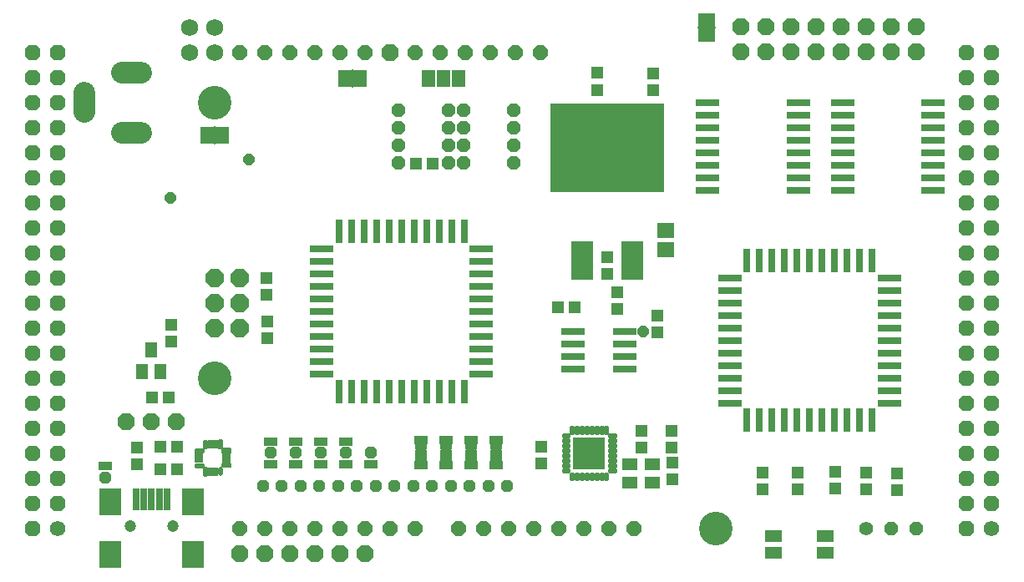
<source format=gbs>
G75*
G70*
%OFA0B0*%
%FSLAX24Y24*%
%IPPOS*%
%LPD*%
%AMOC8*
5,1,8,0,0,1.08239X$1,22.5*
%
%ADD10R,0.0316X0.0946*%
%ADD11R,0.0946X0.0316*%
%ADD12OC8,0.0580*%
%ADD13C,0.1340*%
%ADD14R,0.0540X0.0710*%
%ADD15C,0.0620*%
%ADD16OC8,0.0620*%
%ADD17C,0.0867*%
%ADD18R,0.0474X0.0513*%
%ADD19R,0.0513X0.0474*%
%ADD20C,0.0099*%
%ADD21R,0.1280X0.1280*%
%ADD22OC8,0.0680*%
%ADD23OC8,0.0740*%
%ADD24R,0.0900X0.1580*%
%ADD25R,0.4580X0.3580*%
%ADD26C,0.0680*%
%ADD27OC8,0.0560*%
%ADD28OC8,0.0434*%
%ADD29R,0.0580X0.0330*%
%ADD30R,0.0500X0.0300*%
%ADD31R,0.0671X0.0474*%
%ADD32R,0.0592X0.0493*%
%ADD33C,0.0552*%
%ADD34OC8,0.0552*%
%ADD35R,0.0060X0.0720*%
%ADD36R,0.0710X0.0540*%
%ADD37R,0.0720X0.0060*%
%ADD38C,0.0198*%
%ADD39R,0.0198X0.0375*%
%ADD40C,0.0095*%
%ADD41R,0.0370X0.0190*%
%ADD42C,0.0057*%
%ADD43R,0.0375X0.0198*%
%ADD44R,0.0867X0.1064*%
%ADD45C,0.0474*%
%ADD46R,0.0277X0.0867*%
%ADD47OC8,0.0480*%
%ADD48R,0.0530X0.0330*%
%ADD49R,0.0474X0.0631*%
%ADD50R,0.0671X0.0592*%
D10*
X013043Y007815D03*
X013543Y007815D03*
X014043Y007815D03*
X014543Y007815D03*
X015043Y007815D03*
X015543Y007815D03*
X016043Y007815D03*
X016543Y007815D03*
X017043Y007815D03*
X017543Y007815D03*
X018043Y007815D03*
X018043Y014193D03*
X017543Y014193D03*
X017043Y014193D03*
X016543Y014193D03*
X016043Y014193D03*
X015543Y014193D03*
X015043Y014193D03*
X014543Y014193D03*
X014043Y014193D03*
X013543Y014193D03*
X013043Y014193D03*
X029333Y013043D03*
X029833Y013043D03*
X030333Y013043D03*
X030833Y013043D03*
X031333Y013043D03*
X031833Y013043D03*
X032333Y013043D03*
X032833Y013043D03*
X033333Y013043D03*
X033833Y013043D03*
X034333Y013043D03*
X034333Y006665D03*
X033833Y006665D03*
X033333Y006665D03*
X032833Y006665D03*
X032333Y006665D03*
X031833Y006665D03*
X031333Y006665D03*
X030833Y006665D03*
X030333Y006665D03*
X029833Y006665D03*
X029333Y006665D03*
D11*
X028644Y007354D03*
X028644Y007854D03*
X028644Y008354D03*
X028644Y008854D03*
X028644Y009354D03*
X028644Y009854D03*
X028644Y010354D03*
X028644Y010854D03*
X028644Y011354D03*
X028644Y011854D03*
X028644Y012354D03*
X024446Y010204D03*
X024446Y009704D03*
X024446Y009204D03*
X024446Y008704D03*
X022399Y008704D03*
X022399Y009204D03*
X022399Y009704D03*
X022399Y010204D03*
X018732Y010004D03*
X018732Y010504D03*
X018732Y011004D03*
X018732Y011504D03*
X018732Y012004D03*
X018732Y012504D03*
X018732Y013004D03*
X018732Y013504D03*
X012354Y013504D03*
X012354Y013004D03*
X012354Y012504D03*
X012354Y012004D03*
X012354Y011504D03*
X012354Y011004D03*
X012354Y010504D03*
X012354Y010004D03*
X012354Y009504D03*
X012354Y009004D03*
X012354Y008504D03*
X018732Y008504D03*
X018732Y009004D03*
X018732Y009504D03*
X027772Y015834D03*
X027772Y016334D03*
X027772Y016834D03*
X027772Y017334D03*
X027772Y017834D03*
X027772Y018334D03*
X027772Y018834D03*
X027772Y019334D03*
X031394Y019334D03*
X031394Y018834D03*
X031394Y018334D03*
X031394Y017834D03*
X031394Y017334D03*
X031394Y016834D03*
X031394Y016334D03*
X031394Y015834D03*
X033152Y015844D03*
X033152Y016344D03*
X033152Y016844D03*
X033152Y017344D03*
X033152Y017844D03*
X033152Y018344D03*
X033152Y018844D03*
X033152Y019344D03*
X036774Y019344D03*
X036774Y018844D03*
X036774Y018344D03*
X036774Y017844D03*
X036774Y017344D03*
X036774Y016844D03*
X036774Y016344D03*
X036774Y015844D03*
X035022Y012354D03*
X035022Y011854D03*
X035022Y011354D03*
X035022Y010854D03*
X035022Y010354D03*
X035022Y009854D03*
X035022Y009354D03*
X035022Y008854D03*
X035022Y008354D03*
X035022Y007854D03*
X035022Y007354D03*
D12*
X024833Y002354D03*
X023833Y002354D03*
X022833Y002354D03*
X021833Y002354D03*
X020833Y002354D03*
X019833Y002354D03*
X018833Y002354D03*
X017833Y002354D03*
X016083Y002354D03*
X015083Y002354D03*
X014083Y002354D03*
X013083Y002354D03*
X012083Y002354D03*
X011083Y002354D03*
X010083Y002354D03*
X009083Y002354D03*
X009083Y021354D03*
X010083Y021354D03*
X011083Y021354D03*
X012083Y021354D03*
X013083Y021354D03*
X014083Y021354D03*
X016083Y021354D03*
X017083Y021354D03*
X018083Y021354D03*
X019083Y021354D03*
X020083Y021354D03*
X021083Y021354D03*
D13*
X008083Y019354D03*
X008083Y008354D03*
X028083Y002354D03*
D14*
X008403Y018054D03*
X007803Y018054D03*
X013283Y020324D03*
X013883Y020324D03*
X016633Y020324D03*
X017233Y020324D03*
X017833Y020324D03*
D15*
X001833Y002354D03*
X039083Y002354D03*
D16*
X000833Y002354D03*
X000833Y003354D03*
X001833Y003354D03*
X001833Y004354D03*
X000833Y004354D03*
X000833Y005354D03*
X001833Y005354D03*
X001833Y006354D03*
X000833Y006354D03*
X000833Y007354D03*
X001833Y007354D03*
X001833Y008354D03*
X000833Y008354D03*
X000833Y009354D03*
X001833Y009354D03*
X001833Y010354D03*
X000833Y010354D03*
X000833Y011354D03*
X001833Y011354D03*
X001833Y012354D03*
X000833Y012354D03*
X000833Y013354D03*
X001833Y013354D03*
X001833Y014354D03*
X000833Y014354D03*
X000833Y015354D03*
X001833Y015354D03*
X001833Y016354D03*
X000833Y016354D03*
X000833Y017354D03*
X001833Y017354D03*
X001833Y018354D03*
X000833Y018354D03*
X000833Y019354D03*
X001833Y019354D03*
X001833Y020354D03*
X000833Y020354D03*
X000833Y021354D03*
X001833Y021354D03*
X038083Y021354D03*
X039083Y021354D03*
X039083Y020354D03*
X038083Y020354D03*
X038083Y019354D03*
X039083Y019354D03*
X039083Y018354D03*
X038083Y018354D03*
X038083Y017354D03*
X039083Y017354D03*
X039083Y016354D03*
X038083Y016354D03*
X038083Y015354D03*
X039083Y015354D03*
X039083Y014354D03*
X038083Y014354D03*
X038083Y013354D03*
X039083Y013354D03*
X039083Y012354D03*
X038083Y012354D03*
X038083Y011354D03*
X039083Y011354D03*
X039083Y010354D03*
X038083Y010354D03*
X038083Y009354D03*
X039083Y009354D03*
X039083Y008354D03*
X038083Y008354D03*
X038083Y007354D03*
X039083Y007354D03*
X039083Y006354D03*
X038083Y006354D03*
X038083Y005354D03*
X039083Y005354D03*
X039083Y004354D03*
X038083Y004354D03*
X038083Y003354D03*
X039083Y003354D03*
X038083Y002354D03*
D17*
X005166Y018143D02*
X004379Y018143D01*
X002883Y018970D02*
X002883Y019757D01*
X004379Y020545D02*
X005166Y020545D01*
D18*
X016118Y016914D03*
X016787Y016914D03*
X023353Y019859D03*
X023353Y020528D03*
X025593Y020518D03*
X025593Y019849D03*
X024143Y011768D03*
X024143Y011099D03*
X025753Y010858D03*
X025753Y010189D03*
X026333Y006258D03*
X026333Y005589D03*
X026343Y004978D03*
X026343Y004309D03*
X025123Y005589D03*
X025123Y006258D03*
X021113Y005608D03*
X021113Y004939D03*
X010183Y009939D03*
X010183Y010608D03*
X006587Y005614D03*
X005918Y005614D03*
X004983Y005588D03*
X004983Y004919D03*
X005918Y004714D03*
X006587Y004714D03*
X034093Y004578D03*
X034093Y003909D03*
D19*
X035333Y003889D03*
X035333Y004558D03*
X032843Y004598D03*
X032843Y003929D03*
X031363Y003909D03*
X031363Y004578D03*
X029953Y004588D03*
X029953Y003919D03*
X022467Y011184D03*
X021798Y011184D03*
X023763Y012519D03*
X023763Y013188D03*
X010173Y012338D03*
X010173Y011669D03*
X006353Y010468D03*
X006353Y009799D03*
X006247Y007584D03*
X005578Y007584D03*
D20*
X021978Y006093D02*
X022236Y006093D01*
X022236Y005993D01*
X021978Y005993D01*
X021978Y006093D01*
X021978Y006091D02*
X022236Y006091D01*
X022294Y006408D02*
X022394Y006408D01*
X022394Y006150D01*
X022294Y006150D01*
X022294Y006408D01*
X022294Y006248D02*
X022394Y006248D01*
X022394Y006346D02*
X022294Y006346D01*
X022490Y006408D02*
X022590Y006408D01*
X022590Y006150D01*
X022490Y006150D01*
X022490Y006408D01*
X022490Y006248D02*
X022590Y006248D01*
X022590Y006346D02*
X022490Y006346D01*
X022687Y006408D02*
X022787Y006408D01*
X022787Y006150D01*
X022687Y006150D01*
X022687Y006408D01*
X022687Y006248D02*
X022787Y006248D01*
X022787Y006346D02*
X022687Y006346D01*
X022884Y006408D02*
X022984Y006408D01*
X022984Y006150D01*
X022884Y006150D01*
X022884Y006408D01*
X022884Y006248D02*
X022984Y006248D01*
X022984Y006346D02*
X022884Y006346D01*
X023081Y006408D02*
X023181Y006408D01*
X023181Y006150D01*
X023081Y006150D01*
X023081Y006408D01*
X023081Y006248D02*
X023181Y006248D01*
X023181Y006346D02*
X023081Y006346D01*
X023278Y006408D02*
X023378Y006408D01*
X023378Y006150D01*
X023278Y006150D01*
X023278Y006408D01*
X023278Y006248D02*
X023378Y006248D01*
X023378Y006346D02*
X023278Y006346D01*
X023475Y006408D02*
X023575Y006408D01*
X023575Y006150D01*
X023475Y006150D01*
X023475Y006408D01*
X023475Y006248D02*
X023575Y006248D01*
X023575Y006346D02*
X023475Y006346D01*
X023672Y006408D02*
X023772Y006408D01*
X023772Y006150D01*
X023672Y006150D01*
X023672Y006408D01*
X023672Y006248D02*
X023772Y006248D01*
X023772Y006346D02*
X023672Y006346D01*
X023829Y006093D02*
X024087Y006093D01*
X024087Y005993D01*
X023829Y005993D01*
X023829Y006093D01*
X023829Y006091D02*
X024087Y006091D01*
X024087Y005896D02*
X023829Y005896D01*
X024087Y005896D02*
X024087Y005796D01*
X023829Y005796D01*
X023829Y005896D01*
X023829Y005894D02*
X024087Y005894D01*
X024087Y005699D02*
X023829Y005699D01*
X024087Y005699D02*
X024087Y005599D01*
X023829Y005599D01*
X023829Y005699D01*
X023829Y005697D02*
X024087Y005697D01*
X024087Y005502D02*
X023829Y005502D01*
X024087Y005502D02*
X024087Y005402D01*
X023829Y005402D01*
X023829Y005502D01*
X023829Y005500D02*
X024087Y005500D01*
X024087Y005305D02*
X023829Y005305D01*
X024087Y005305D02*
X024087Y005205D01*
X023829Y005205D01*
X023829Y005305D01*
X023829Y005303D02*
X024087Y005303D01*
X024087Y005108D02*
X023829Y005108D01*
X024087Y005108D02*
X024087Y005008D01*
X023829Y005008D01*
X023829Y005108D01*
X023829Y005106D02*
X024087Y005106D01*
X024087Y004912D02*
X023829Y004912D01*
X024087Y004912D02*
X024087Y004812D01*
X023829Y004812D01*
X023829Y004912D01*
X023829Y004910D02*
X024087Y004910D01*
X024087Y004715D02*
X023829Y004715D01*
X024087Y004715D02*
X024087Y004615D01*
X023829Y004615D01*
X023829Y004715D01*
X023829Y004713D02*
X024087Y004713D01*
X023772Y004558D02*
X023672Y004558D01*
X023772Y004558D02*
X023772Y004300D01*
X023672Y004300D01*
X023672Y004558D01*
X023672Y004398D02*
X023772Y004398D01*
X023772Y004496D02*
X023672Y004496D01*
X023575Y004558D02*
X023475Y004558D01*
X023575Y004558D02*
X023575Y004300D01*
X023475Y004300D01*
X023475Y004558D01*
X023475Y004398D02*
X023575Y004398D01*
X023575Y004496D02*
X023475Y004496D01*
X023378Y004558D02*
X023278Y004558D01*
X023378Y004558D02*
X023378Y004300D01*
X023278Y004300D01*
X023278Y004558D01*
X023278Y004398D02*
X023378Y004398D01*
X023378Y004496D02*
X023278Y004496D01*
X023181Y004558D02*
X023081Y004558D01*
X023181Y004558D02*
X023181Y004300D01*
X023081Y004300D01*
X023081Y004558D01*
X023081Y004398D02*
X023181Y004398D01*
X023181Y004496D02*
X023081Y004496D01*
X022984Y004558D02*
X022884Y004558D01*
X022984Y004558D02*
X022984Y004300D01*
X022884Y004300D01*
X022884Y004558D01*
X022884Y004398D02*
X022984Y004398D01*
X022984Y004496D02*
X022884Y004496D01*
X022787Y004558D02*
X022687Y004558D01*
X022787Y004558D02*
X022787Y004300D01*
X022687Y004300D01*
X022687Y004558D01*
X022687Y004398D02*
X022787Y004398D01*
X022787Y004496D02*
X022687Y004496D01*
X022590Y004558D02*
X022490Y004558D01*
X022590Y004558D02*
X022590Y004300D01*
X022490Y004300D01*
X022490Y004558D01*
X022490Y004398D02*
X022590Y004398D01*
X022590Y004496D02*
X022490Y004496D01*
X022394Y004558D02*
X022294Y004558D01*
X022394Y004558D02*
X022394Y004300D01*
X022294Y004300D01*
X022294Y004558D01*
X022294Y004398D02*
X022394Y004398D01*
X022394Y004496D02*
X022294Y004496D01*
X022236Y004715D02*
X021978Y004715D01*
X022236Y004715D02*
X022236Y004615D01*
X021978Y004615D01*
X021978Y004715D01*
X021978Y004713D02*
X022236Y004713D01*
X022236Y004912D02*
X021978Y004912D01*
X022236Y004912D02*
X022236Y004812D01*
X021978Y004812D01*
X021978Y004912D01*
X021978Y004910D02*
X022236Y004910D01*
X022236Y005108D02*
X021978Y005108D01*
X022236Y005108D02*
X022236Y005008D01*
X021978Y005008D01*
X021978Y005108D01*
X021978Y005106D02*
X022236Y005106D01*
X022236Y005305D02*
X021978Y005305D01*
X022236Y005305D02*
X022236Y005205D01*
X021978Y005205D01*
X021978Y005305D01*
X021978Y005303D02*
X022236Y005303D01*
X022236Y005502D02*
X021978Y005502D01*
X022236Y005502D02*
X022236Y005402D01*
X021978Y005402D01*
X021978Y005502D01*
X021978Y005500D02*
X022236Y005500D01*
X022236Y005699D02*
X021978Y005699D01*
X022236Y005699D02*
X022236Y005599D01*
X021978Y005599D01*
X021978Y005699D01*
X021978Y005697D02*
X022236Y005697D01*
X022236Y005896D02*
X021978Y005896D01*
X022236Y005896D02*
X022236Y005796D01*
X021978Y005796D01*
X021978Y005896D01*
X021978Y005894D02*
X022236Y005894D01*
D21*
X023033Y005354D03*
D22*
X014083Y001354D03*
X013083Y001354D03*
X012083Y001354D03*
X011083Y001354D03*
X010083Y001354D03*
X009083Y001354D03*
X006543Y006604D03*
X005543Y006604D03*
X004543Y006604D03*
X015083Y021354D03*
X029093Y021364D03*
X030093Y021364D03*
X031093Y021364D03*
X032093Y021364D03*
X033093Y021364D03*
X034093Y021364D03*
X035093Y021364D03*
X036093Y021364D03*
X036093Y022364D03*
X035093Y022364D03*
X034093Y022364D03*
X033093Y022364D03*
X032093Y022364D03*
X031093Y022364D03*
X030093Y022364D03*
X029093Y022364D03*
D23*
X009086Y012338D03*
X008086Y012338D03*
X008086Y011338D03*
X009086Y011338D03*
X009086Y010338D03*
X008086Y010338D03*
D24*
X022763Y013034D03*
X024763Y013034D03*
D25*
X023763Y017534D03*
D26*
X008083Y021354D03*
X007083Y021354D03*
X007083Y022354D03*
X008083Y022354D03*
D27*
X015433Y019054D03*
X015433Y018354D03*
X015433Y017654D03*
X015433Y016954D03*
X017433Y016954D03*
X018033Y016954D03*
X018033Y017654D03*
X017433Y017654D03*
X017433Y018354D03*
X018033Y018354D03*
X018033Y019054D03*
X017433Y019054D03*
X020033Y019054D03*
X020033Y018354D03*
X020033Y017654D03*
X020033Y016954D03*
D28*
X009453Y017064D03*
X006323Y015534D03*
X016333Y005384D03*
X017333Y005384D03*
X018333Y005384D03*
X019333Y005384D03*
X025183Y010194D03*
D29*
X019333Y005884D03*
X018333Y005884D03*
X017333Y005884D03*
X016333Y005884D03*
X016333Y004884D03*
X017333Y004884D03*
X018333Y004884D03*
X019333Y004884D03*
D30*
X019333Y005154D03*
X019333Y005654D03*
X018333Y005654D03*
X018333Y005154D03*
X017333Y005144D03*
X017333Y005644D03*
X016333Y005634D03*
X016333Y005134D03*
D31*
X030399Y002058D03*
X030399Y001389D03*
X032446Y001389D03*
X032446Y002058D03*
D32*
X025563Y004165D03*
X025563Y004894D03*
X024657Y004894D03*
X024657Y004165D03*
D33*
X034083Y002354D03*
D34*
X035083Y002354D03*
X036083Y002354D03*
D35*
X008103Y018054D03*
X013583Y020324D03*
D36*
X027723Y022034D03*
X027723Y022634D03*
D37*
X027723Y022334D03*
D38*
X008308Y004710D02*
X008308Y004534D01*
D39*
X008111Y004622D03*
X007914Y004622D03*
X007914Y005705D03*
X008111Y005705D03*
D40*
X007765Y005843D02*
X007765Y005567D01*
X007669Y005567D01*
X007669Y005843D01*
X007765Y005843D01*
X007765Y005661D02*
X007669Y005661D01*
X007669Y005755D02*
X007765Y005755D01*
X007609Y005507D02*
X007609Y005411D01*
X007333Y005411D01*
X007333Y005507D01*
X007609Y005507D01*
X007609Y005505D02*
X007333Y005505D01*
X007609Y004916D02*
X007609Y004820D01*
X007333Y004820D01*
X007333Y004916D01*
X007609Y004916D01*
X007609Y004914D02*
X007333Y004914D01*
X007765Y004760D02*
X007765Y004484D01*
X007669Y004484D01*
X007669Y004760D01*
X007765Y004760D01*
X007765Y004578D02*
X007669Y004578D01*
X007669Y004672D02*
X007765Y004672D01*
D41*
X007471Y005065D03*
X007471Y005262D03*
D42*
X008375Y005548D02*
X008375Y005862D01*
X008375Y005548D02*
X008241Y005548D01*
X008241Y005862D01*
X008375Y005862D01*
X008375Y005604D02*
X008241Y005604D01*
X008241Y005660D02*
X008375Y005660D01*
X008375Y005716D02*
X008241Y005716D01*
X008241Y005772D02*
X008375Y005772D01*
X008375Y005828D02*
X008241Y005828D01*
X008711Y005526D02*
X008711Y005392D01*
X008397Y005392D01*
X008397Y005526D01*
X008711Y005526D01*
X008711Y005448D02*
X008397Y005448D01*
X008397Y005504D02*
X008711Y005504D01*
X008711Y004935D02*
X008711Y004801D01*
X008397Y004801D01*
X008397Y004935D01*
X008711Y004935D01*
X008711Y004857D02*
X008397Y004857D01*
X008397Y004913D02*
X008711Y004913D01*
D43*
X008554Y005065D03*
X008554Y005262D03*
D44*
X007226Y003421D03*
X007226Y001295D03*
X003919Y001295D03*
X003919Y003421D03*
D45*
X004726Y002437D03*
X006419Y002437D03*
D46*
X006203Y003520D03*
X005888Y003520D03*
X005573Y003520D03*
X005258Y003520D03*
X004943Y003520D03*
D47*
X003713Y004384D03*
X010013Y004034D03*
X010763Y004034D03*
X011513Y004034D03*
X012263Y004034D03*
X013013Y004034D03*
X013763Y004034D03*
X014513Y004034D03*
X015263Y004034D03*
X016013Y004034D03*
X016763Y004034D03*
X017513Y004034D03*
X018263Y004034D03*
X019013Y004034D03*
X019763Y004034D03*
X014333Y005384D03*
X013333Y005384D03*
X012333Y005384D03*
X011333Y005384D03*
X010333Y005384D03*
D48*
X010333Y005814D03*
X011333Y005814D03*
X012333Y005814D03*
X013333Y005814D03*
X013333Y004914D03*
X014333Y004914D03*
X012333Y004914D03*
X011333Y004914D03*
X010333Y004914D03*
X003713Y004854D03*
D49*
X005179Y008611D03*
X005927Y008611D03*
X005553Y009477D03*
D50*
X026093Y013480D03*
X026093Y014228D03*
M02*

</source>
